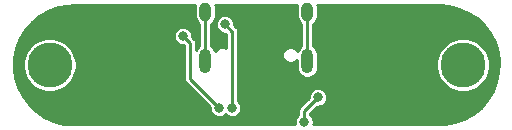
<source format=gbr>
%TF.GenerationSoftware,KiCad,Pcbnew,5.1.10-88a1d61d58~90~ubuntu20.04.1*%
%TF.CreationDate,2022-01-21T20:09:26-08:00*%
%TF.ProjectId,kb-db_protruded,6b622d64-625f-4707-926f-747275646564,rev?*%
%TF.SameCoordinates,Original*%
%TF.FileFunction,Copper,L2,Bot*%
%TF.FilePolarity,Positive*%
%FSLAX46Y46*%
G04 Gerber Fmt 4.6, Leading zero omitted, Abs format (unit mm)*
G04 Created by KiCad (PCBNEW 5.1.10-88a1d61d58~90~ubuntu20.04.1) date 2022-01-21 20:09:26*
%MOMM*%
%LPD*%
G01*
G04 APERTURE LIST*
%TA.AperFunction,ComponentPad*%
%ADD10C,3.800000*%
%TD*%
%TA.AperFunction,ComponentPad*%
%ADD11O,1.000000X2.100000*%
%TD*%
%TA.AperFunction,ComponentPad*%
%ADD12O,1.000000X1.600000*%
%TD*%
%TA.AperFunction,ViaPad*%
%ADD13C,0.800000*%
%TD*%
%TA.AperFunction,Conductor*%
%ADD14C,0.250000*%
%TD*%
%TA.AperFunction,Conductor*%
%ADD15C,0.254000*%
%TD*%
%TA.AperFunction,Conductor*%
%ADD16C,0.100000*%
%TD*%
G04 APERTURE END LIST*
D10*
%TO.P,H2,1*%
%TO.N,Earth*%
X61487000Y-63472000D03*
%TD*%
%TO.P,H1,1*%
%TO.N,Net-(H1-Pad1)*%
X96487000Y-63472000D03*
%TD*%
D11*
%TO.P,USB1,13*%
%TO.N,Earth*%
X83312000Y-63171500D03*
X74672000Y-63171500D03*
D12*
X83312000Y-58991500D03*
X74672000Y-58991500D03*
%TD*%
D13*
%TO.N,VCC*%
X75853014Y-67116004D03*
X72764000Y-61020000D03*
%TO.N,GND*%
X82169000Y-67564000D03*
X68065000Y-63687000D03*
X79936000Y-68072000D03*
X73912365Y-67110635D03*
%TO.N,Net-(R1-Pad2)*%
X83058000Y-68326000D03*
X84194000Y-66227000D03*
%TO.N,Net-(R2-Pad2)*%
X76955000Y-67116002D03*
X76327000Y-60038990D03*
%TD*%
D14*
%TO.N,Earth*%
X74672000Y-63171500D02*
X74672000Y-58991500D01*
X83312000Y-63171500D02*
X83312000Y-58991500D01*
%TO.N,VCC*%
X73399000Y-61655000D02*
X72764000Y-61020000D01*
X73399000Y-64661990D02*
X73399000Y-61655000D01*
X75853014Y-67116004D02*
X73399000Y-64661990D01*
%TO.N,GND*%
X81661000Y-68072000D02*
X79936000Y-68072000D01*
X82169000Y-67564000D02*
X81661000Y-68072000D01*
X79936000Y-68072000D02*
X74873730Y-68072000D01*
X74873730Y-68072000D02*
X73912365Y-67110635D01*
X71488635Y-67110635D02*
X68065000Y-63687000D01*
X73912365Y-67110635D02*
X71488635Y-67110635D01*
%TO.N,Net-(R1-Pad2)*%
X83058000Y-68326000D02*
X83058000Y-67363000D01*
X83058000Y-67363000D02*
X84194000Y-66227000D01*
%TO.N,Net-(R2-Pad2)*%
X76955000Y-67116002D02*
X76955000Y-61234990D01*
X76955000Y-60666990D02*
X76327000Y-60038990D01*
X76955000Y-61234990D02*
X76955000Y-60666990D01*
%TD*%
D15*
%TO.N,GND*%
X73803748Y-58518794D02*
X73791000Y-58648227D01*
X73791000Y-59334772D01*
X73803748Y-59464205D01*
X73854125Y-59630274D01*
X73935932Y-59783324D01*
X74046025Y-59917475D01*
X74166001Y-60015936D01*
X74166000Y-61897066D01*
X74046026Y-61995525D01*
X73935933Y-62129675D01*
X73905000Y-62187547D01*
X73905000Y-61679854D01*
X73907448Y-61655000D01*
X73897678Y-61555807D01*
X73868745Y-61460425D01*
X73821759Y-61372521D01*
X73758527Y-61295473D01*
X73739220Y-61279628D01*
X73545000Y-61085408D01*
X73545000Y-60943078D01*
X73514987Y-60792191D01*
X73456113Y-60650058D01*
X73370642Y-60522141D01*
X73261859Y-60413358D01*
X73133942Y-60327887D01*
X72991809Y-60269013D01*
X72840922Y-60239000D01*
X72687078Y-60239000D01*
X72536191Y-60269013D01*
X72394058Y-60327887D01*
X72266141Y-60413358D01*
X72157358Y-60522141D01*
X72071887Y-60650058D01*
X72013013Y-60792191D01*
X71983000Y-60943078D01*
X71983000Y-61096922D01*
X72013013Y-61247809D01*
X72071887Y-61389942D01*
X72157358Y-61517859D01*
X72266141Y-61626642D01*
X72394058Y-61712113D01*
X72536191Y-61770987D01*
X72687078Y-61801000D01*
X72829408Y-61801000D01*
X72893001Y-61864593D01*
X72893000Y-64637144D01*
X72890553Y-64661990D01*
X72893000Y-64686836D01*
X72893000Y-64686843D01*
X72900322Y-64761182D01*
X72929255Y-64856564D01*
X72976241Y-64944469D01*
X73039473Y-65021517D01*
X73058785Y-65037366D01*
X75072014Y-67050596D01*
X75072014Y-67192926D01*
X75102027Y-67343813D01*
X75160901Y-67485946D01*
X75246372Y-67613863D01*
X75355155Y-67722646D01*
X75483072Y-67808117D01*
X75625205Y-67866991D01*
X75776092Y-67897004D01*
X75929936Y-67897004D01*
X76080823Y-67866991D01*
X76222956Y-67808117D01*
X76350873Y-67722646D01*
X76404008Y-67669511D01*
X76457141Y-67722644D01*
X76585058Y-67808115D01*
X76727191Y-67866989D01*
X76878078Y-67897002D01*
X77031922Y-67897002D01*
X77182809Y-67866989D01*
X77324942Y-67808115D01*
X77452859Y-67722644D01*
X77561642Y-67613861D01*
X77647113Y-67485944D01*
X77705987Y-67343811D01*
X77736000Y-67192924D01*
X77736000Y-67039080D01*
X77705987Y-66888193D01*
X77647113Y-66746060D01*
X77561642Y-66618143D01*
X77461000Y-66517501D01*
X77461000Y-60691835D01*
X77463447Y-60666989D01*
X77461000Y-60642143D01*
X77461000Y-60642136D01*
X77453678Y-60567797D01*
X77439581Y-60521322D01*
X77424745Y-60472415D01*
X77422375Y-60467981D01*
X77377759Y-60384511D01*
X77314527Y-60307463D01*
X77295220Y-60291618D01*
X77108000Y-60104398D01*
X77108000Y-59962068D01*
X77077987Y-59811181D01*
X77019113Y-59669048D01*
X76933642Y-59541131D01*
X76824859Y-59432348D01*
X76696942Y-59346877D01*
X76554809Y-59288003D01*
X76403922Y-59257990D01*
X76250078Y-59257990D01*
X76099191Y-59288003D01*
X75957058Y-59346877D01*
X75829141Y-59432348D01*
X75720358Y-59541131D01*
X75634887Y-59669048D01*
X75576013Y-59811181D01*
X75546000Y-59962068D01*
X75546000Y-60115912D01*
X75576013Y-60266799D01*
X75634887Y-60408932D01*
X75720358Y-60536849D01*
X75829141Y-60645632D01*
X75957058Y-60731103D01*
X76099191Y-60789977D01*
X76250078Y-60819990D01*
X76392408Y-60819990D01*
X76449001Y-60876582D01*
X76449000Y-61259843D01*
X76449001Y-61259853D01*
X76449001Y-62024260D01*
X76436416Y-62015851D01*
X76307933Y-61962631D01*
X76171535Y-61935500D01*
X76032465Y-61935500D01*
X75896067Y-61962631D01*
X75767584Y-62015851D01*
X75651951Y-62093114D01*
X75553614Y-62191451D01*
X75490734Y-62285558D01*
X75489875Y-62282725D01*
X75408068Y-62129675D01*
X75297975Y-61995525D01*
X75178000Y-61897065D01*
X75178000Y-60015934D01*
X75297975Y-59917475D01*
X75408068Y-59783325D01*
X75489875Y-59630275D01*
X75540252Y-59464206D01*
X75553000Y-59334773D01*
X75553000Y-58648227D01*
X75540252Y-58518794D01*
X75512710Y-58428000D01*
X82471290Y-58428000D01*
X82443748Y-58518794D01*
X82431000Y-58648227D01*
X82431000Y-59334772D01*
X82443748Y-59464205D01*
X82494125Y-59630274D01*
X82575932Y-59783324D01*
X82686025Y-59917475D01*
X82806001Y-60015936D01*
X82806000Y-61897066D01*
X82686026Y-61995525D01*
X82575933Y-62129675D01*
X82494126Y-62282725D01*
X82493266Y-62285559D01*
X82430386Y-62191451D01*
X82332049Y-62093114D01*
X82216416Y-62015851D01*
X82087933Y-61962631D01*
X81951535Y-61935500D01*
X81812465Y-61935500D01*
X81676067Y-61962631D01*
X81547584Y-62015851D01*
X81431951Y-62093114D01*
X81333614Y-62191451D01*
X81256351Y-62307084D01*
X81203131Y-62435567D01*
X81176000Y-62571965D01*
X81176000Y-62711035D01*
X81203131Y-62847433D01*
X81256351Y-62975916D01*
X81333614Y-63091549D01*
X81431951Y-63189886D01*
X81547584Y-63267149D01*
X81676067Y-63320369D01*
X81812465Y-63347500D01*
X81951535Y-63347500D01*
X82087933Y-63320369D01*
X82216416Y-63267149D01*
X82332049Y-63189886D01*
X82430386Y-63091549D01*
X82431001Y-63090629D01*
X82431000Y-63764772D01*
X82443748Y-63894205D01*
X82494125Y-64060274D01*
X82575932Y-64213324D01*
X82686025Y-64347475D01*
X82820175Y-64457568D01*
X82973225Y-64539375D01*
X83139294Y-64589752D01*
X83312000Y-64606762D01*
X83484705Y-64589752D01*
X83650774Y-64539375D01*
X83803824Y-64457568D01*
X83937975Y-64347475D01*
X84048068Y-64213325D01*
X84129875Y-64060275D01*
X84180252Y-63894206D01*
X84193000Y-63764773D01*
X84193000Y-63247341D01*
X94206000Y-63247341D01*
X94206000Y-63696659D01*
X94293657Y-64137343D01*
X94465604Y-64552459D01*
X94715231Y-64926053D01*
X95032947Y-65243769D01*
X95406541Y-65493396D01*
X95821657Y-65665343D01*
X96262341Y-65753000D01*
X96711659Y-65753000D01*
X97152343Y-65665343D01*
X97567459Y-65493396D01*
X97941053Y-65243769D01*
X98258769Y-64926053D01*
X98508396Y-64552459D01*
X98680343Y-64137343D01*
X98768000Y-63696659D01*
X98768000Y-63247341D01*
X98680343Y-62806657D01*
X98508396Y-62391541D01*
X98258769Y-62017947D01*
X97941053Y-61700231D01*
X97567459Y-61450604D01*
X97152343Y-61278657D01*
X96711659Y-61191000D01*
X96262341Y-61191000D01*
X95821657Y-61278657D01*
X95406541Y-61450604D01*
X95032947Y-61700231D01*
X94715231Y-62017947D01*
X94465604Y-62391541D01*
X94293657Y-62806657D01*
X94206000Y-63247341D01*
X84193000Y-63247341D01*
X84193000Y-62578227D01*
X84180252Y-62448794D01*
X84129875Y-62282725D01*
X84048068Y-62129675D01*
X83937975Y-61995525D01*
X83818000Y-61897065D01*
X83818000Y-60015934D01*
X83937975Y-59917475D01*
X84048068Y-59783325D01*
X84129875Y-59630275D01*
X84180252Y-59464206D01*
X84193000Y-59334773D01*
X84193000Y-58648227D01*
X84180252Y-58518794D01*
X84152710Y-58428000D01*
X94467691Y-58428000D01*
X95336581Y-58501726D01*
X96161880Y-58715931D01*
X96939275Y-59066123D01*
X97646563Y-59542296D01*
X98263505Y-60130830D01*
X98772464Y-60814895D01*
X99158893Y-61574945D01*
X99411735Y-62389227D01*
X99523763Y-63234474D01*
X99491777Y-64086509D01*
X99316687Y-64920978D01*
X99003503Y-65714010D01*
X98561175Y-66442942D01*
X98002360Y-67086921D01*
X97343022Y-67627544D01*
X96602030Y-68049341D01*
X95800559Y-68340261D01*
X94953066Y-68493514D01*
X94476250Y-68516000D01*
X83816508Y-68516000D01*
X83839000Y-68402922D01*
X83839000Y-68249078D01*
X83808987Y-68098191D01*
X83750113Y-67956058D01*
X83664642Y-67828141D01*
X83564000Y-67727499D01*
X83564000Y-67572591D01*
X84128592Y-67008000D01*
X84270922Y-67008000D01*
X84421809Y-66977987D01*
X84563942Y-66919113D01*
X84691859Y-66833642D01*
X84800642Y-66724859D01*
X84886113Y-66596942D01*
X84944987Y-66454809D01*
X84975000Y-66303922D01*
X84975000Y-66150078D01*
X84944987Y-65999191D01*
X84886113Y-65857058D01*
X84800642Y-65729141D01*
X84691859Y-65620358D01*
X84563942Y-65534887D01*
X84421809Y-65476013D01*
X84270922Y-65446000D01*
X84117078Y-65446000D01*
X83966191Y-65476013D01*
X83824058Y-65534887D01*
X83696141Y-65620358D01*
X83587358Y-65729141D01*
X83501887Y-65857058D01*
X83443013Y-65999191D01*
X83413000Y-66150078D01*
X83413000Y-66292408D01*
X82717780Y-66987629D01*
X82698474Y-67003473D01*
X82635242Y-67080521D01*
X82616276Y-67116004D01*
X82588255Y-67168426D01*
X82559322Y-67263808D01*
X82549553Y-67363000D01*
X82552001Y-67387856D01*
X82552001Y-67727498D01*
X82451358Y-67828141D01*
X82365887Y-67956058D01*
X82307013Y-68098191D01*
X82277000Y-68249078D01*
X82277000Y-68402922D01*
X82299492Y-68516000D01*
X63506309Y-68516000D01*
X62637420Y-68442274D01*
X61812125Y-68228070D01*
X61034725Y-67877877D01*
X60327434Y-67401701D01*
X59710493Y-66813167D01*
X59201534Y-66129103D01*
X58815107Y-65369055D01*
X58562265Y-64554774D01*
X58450237Y-63709526D01*
X58467587Y-63247341D01*
X59206000Y-63247341D01*
X59206000Y-63696659D01*
X59293657Y-64137343D01*
X59465604Y-64552459D01*
X59715231Y-64926053D01*
X60032947Y-65243769D01*
X60406541Y-65493396D01*
X60821657Y-65665343D01*
X61262341Y-65753000D01*
X61711659Y-65753000D01*
X62152343Y-65665343D01*
X62567459Y-65493396D01*
X62941053Y-65243769D01*
X63258769Y-64926053D01*
X63508396Y-64552459D01*
X63680343Y-64137343D01*
X63768000Y-63696659D01*
X63768000Y-63247341D01*
X63680343Y-62806657D01*
X63508396Y-62391541D01*
X63258769Y-62017947D01*
X62941053Y-61700231D01*
X62567459Y-61450604D01*
X62152343Y-61278657D01*
X61711659Y-61191000D01*
X61262341Y-61191000D01*
X60821657Y-61278657D01*
X60406541Y-61450604D01*
X60032947Y-61700231D01*
X59715231Y-62017947D01*
X59465604Y-62391541D01*
X59293657Y-62806657D01*
X59206000Y-63247341D01*
X58467587Y-63247341D01*
X58482223Y-62857491D01*
X58657313Y-62023022D01*
X58970496Y-61229993D01*
X59412827Y-60501054D01*
X59971640Y-59857080D01*
X60630978Y-59316456D01*
X61371972Y-58894658D01*
X62173445Y-58603737D01*
X63020934Y-58450486D01*
X63497750Y-58428000D01*
X73831290Y-58428000D01*
X73803748Y-58518794D01*
%TA.AperFunction,Conductor*%
D16*
G36*
X73803748Y-58518794D02*
G01*
X73791000Y-58648227D01*
X73791000Y-59334772D01*
X73803748Y-59464205D01*
X73854125Y-59630274D01*
X73935932Y-59783324D01*
X74046025Y-59917475D01*
X74166001Y-60015936D01*
X74166000Y-61897066D01*
X74046026Y-61995525D01*
X73935933Y-62129675D01*
X73905000Y-62187547D01*
X73905000Y-61679854D01*
X73907448Y-61655000D01*
X73897678Y-61555807D01*
X73868745Y-61460425D01*
X73821759Y-61372521D01*
X73758527Y-61295473D01*
X73739220Y-61279628D01*
X73545000Y-61085408D01*
X73545000Y-60943078D01*
X73514987Y-60792191D01*
X73456113Y-60650058D01*
X73370642Y-60522141D01*
X73261859Y-60413358D01*
X73133942Y-60327887D01*
X72991809Y-60269013D01*
X72840922Y-60239000D01*
X72687078Y-60239000D01*
X72536191Y-60269013D01*
X72394058Y-60327887D01*
X72266141Y-60413358D01*
X72157358Y-60522141D01*
X72071887Y-60650058D01*
X72013013Y-60792191D01*
X71983000Y-60943078D01*
X71983000Y-61096922D01*
X72013013Y-61247809D01*
X72071887Y-61389942D01*
X72157358Y-61517859D01*
X72266141Y-61626642D01*
X72394058Y-61712113D01*
X72536191Y-61770987D01*
X72687078Y-61801000D01*
X72829408Y-61801000D01*
X72893001Y-61864593D01*
X72893000Y-64637144D01*
X72890553Y-64661990D01*
X72893000Y-64686836D01*
X72893000Y-64686843D01*
X72900322Y-64761182D01*
X72929255Y-64856564D01*
X72976241Y-64944469D01*
X73039473Y-65021517D01*
X73058785Y-65037366D01*
X75072014Y-67050596D01*
X75072014Y-67192926D01*
X75102027Y-67343813D01*
X75160901Y-67485946D01*
X75246372Y-67613863D01*
X75355155Y-67722646D01*
X75483072Y-67808117D01*
X75625205Y-67866991D01*
X75776092Y-67897004D01*
X75929936Y-67897004D01*
X76080823Y-67866991D01*
X76222956Y-67808117D01*
X76350873Y-67722646D01*
X76404008Y-67669511D01*
X76457141Y-67722644D01*
X76585058Y-67808115D01*
X76727191Y-67866989D01*
X76878078Y-67897002D01*
X77031922Y-67897002D01*
X77182809Y-67866989D01*
X77324942Y-67808115D01*
X77452859Y-67722644D01*
X77561642Y-67613861D01*
X77647113Y-67485944D01*
X77705987Y-67343811D01*
X77736000Y-67192924D01*
X77736000Y-67039080D01*
X77705987Y-66888193D01*
X77647113Y-66746060D01*
X77561642Y-66618143D01*
X77461000Y-66517501D01*
X77461000Y-60691835D01*
X77463447Y-60666989D01*
X77461000Y-60642143D01*
X77461000Y-60642136D01*
X77453678Y-60567797D01*
X77439581Y-60521322D01*
X77424745Y-60472415D01*
X77422375Y-60467981D01*
X77377759Y-60384511D01*
X77314527Y-60307463D01*
X77295220Y-60291618D01*
X77108000Y-60104398D01*
X77108000Y-59962068D01*
X77077987Y-59811181D01*
X77019113Y-59669048D01*
X76933642Y-59541131D01*
X76824859Y-59432348D01*
X76696942Y-59346877D01*
X76554809Y-59288003D01*
X76403922Y-59257990D01*
X76250078Y-59257990D01*
X76099191Y-59288003D01*
X75957058Y-59346877D01*
X75829141Y-59432348D01*
X75720358Y-59541131D01*
X75634887Y-59669048D01*
X75576013Y-59811181D01*
X75546000Y-59962068D01*
X75546000Y-60115912D01*
X75576013Y-60266799D01*
X75634887Y-60408932D01*
X75720358Y-60536849D01*
X75829141Y-60645632D01*
X75957058Y-60731103D01*
X76099191Y-60789977D01*
X76250078Y-60819990D01*
X76392408Y-60819990D01*
X76449001Y-60876582D01*
X76449000Y-61259843D01*
X76449001Y-61259853D01*
X76449001Y-62024260D01*
X76436416Y-62015851D01*
X76307933Y-61962631D01*
X76171535Y-61935500D01*
X76032465Y-61935500D01*
X75896067Y-61962631D01*
X75767584Y-62015851D01*
X75651951Y-62093114D01*
X75553614Y-62191451D01*
X75490734Y-62285558D01*
X75489875Y-62282725D01*
X75408068Y-62129675D01*
X75297975Y-61995525D01*
X75178000Y-61897065D01*
X75178000Y-60015934D01*
X75297975Y-59917475D01*
X75408068Y-59783325D01*
X75489875Y-59630275D01*
X75540252Y-59464206D01*
X75553000Y-59334773D01*
X75553000Y-58648227D01*
X75540252Y-58518794D01*
X75512710Y-58428000D01*
X82471290Y-58428000D01*
X82443748Y-58518794D01*
X82431000Y-58648227D01*
X82431000Y-59334772D01*
X82443748Y-59464205D01*
X82494125Y-59630274D01*
X82575932Y-59783324D01*
X82686025Y-59917475D01*
X82806001Y-60015936D01*
X82806000Y-61897066D01*
X82686026Y-61995525D01*
X82575933Y-62129675D01*
X82494126Y-62282725D01*
X82493266Y-62285559D01*
X82430386Y-62191451D01*
X82332049Y-62093114D01*
X82216416Y-62015851D01*
X82087933Y-61962631D01*
X81951535Y-61935500D01*
X81812465Y-61935500D01*
X81676067Y-61962631D01*
X81547584Y-62015851D01*
X81431951Y-62093114D01*
X81333614Y-62191451D01*
X81256351Y-62307084D01*
X81203131Y-62435567D01*
X81176000Y-62571965D01*
X81176000Y-62711035D01*
X81203131Y-62847433D01*
X81256351Y-62975916D01*
X81333614Y-63091549D01*
X81431951Y-63189886D01*
X81547584Y-63267149D01*
X81676067Y-63320369D01*
X81812465Y-63347500D01*
X81951535Y-63347500D01*
X82087933Y-63320369D01*
X82216416Y-63267149D01*
X82332049Y-63189886D01*
X82430386Y-63091549D01*
X82431001Y-63090629D01*
X82431000Y-63764772D01*
X82443748Y-63894205D01*
X82494125Y-64060274D01*
X82575932Y-64213324D01*
X82686025Y-64347475D01*
X82820175Y-64457568D01*
X82973225Y-64539375D01*
X83139294Y-64589752D01*
X83312000Y-64606762D01*
X83484705Y-64589752D01*
X83650774Y-64539375D01*
X83803824Y-64457568D01*
X83937975Y-64347475D01*
X84048068Y-64213325D01*
X84129875Y-64060275D01*
X84180252Y-63894206D01*
X84193000Y-63764773D01*
X84193000Y-63247341D01*
X94206000Y-63247341D01*
X94206000Y-63696659D01*
X94293657Y-64137343D01*
X94465604Y-64552459D01*
X94715231Y-64926053D01*
X95032947Y-65243769D01*
X95406541Y-65493396D01*
X95821657Y-65665343D01*
X96262341Y-65753000D01*
X96711659Y-65753000D01*
X97152343Y-65665343D01*
X97567459Y-65493396D01*
X97941053Y-65243769D01*
X98258769Y-64926053D01*
X98508396Y-64552459D01*
X98680343Y-64137343D01*
X98768000Y-63696659D01*
X98768000Y-63247341D01*
X98680343Y-62806657D01*
X98508396Y-62391541D01*
X98258769Y-62017947D01*
X97941053Y-61700231D01*
X97567459Y-61450604D01*
X97152343Y-61278657D01*
X96711659Y-61191000D01*
X96262341Y-61191000D01*
X95821657Y-61278657D01*
X95406541Y-61450604D01*
X95032947Y-61700231D01*
X94715231Y-62017947D01*
X94465604Y-62391541D01*
X94293657Y-62806657D01*
X94206000Y-63247341D01*
X84193000Y-63247341D01*
X84193000Y-62578227D01*
X84180252Y-62448794D01*
X84129875Y-62282725D01*
X84048068Y-62129675D01*
X83937975Y-61995525D01*
X83818000Y-61897065D01*
X83818000Y-60015934D01*
X83937975Y-59917475D01*
X84048068Y-59783325D01*
X84129875Y-59630275D01*
X84180252Y-59464206D01*
X84193000Y-59334773D01*
X84193000Y-58648227D01*
X84180252Y-58518794D01*
X84152710Y-58428000D01*
X94467691Y-58428000D01*
X95336581Y-58501726D01*
X96161880Y-58715931D01*
X96939275Y-59066123D01*
X97646563Y-59542296D01*
X98263505Y-60130830D01*
X98772464Y-60814895D01*
X99158893Y-61574945D01*
X99411735Y-62389227D01*
X99523763Y-63234474D01*
X99491777Y-64086509D01*
X99316687Y-64920978D01*
X99003503Y-65714010D01*
X98561175Y-66442942D01*
X98002360Y-67086921D01*
X97343022Y-67627544D01*
X96602030Y-68049341D01*
X95800559Y-68340261D01*
X94953066Y-68493514D01*
X94476250Y-68516000D01*
X83816508Y-68516000D01*
X83839000Y-68402922D01*
X83839000Y-68249078D01*
X83808987Y-68098191D01*
X83750113Y-67956058D01*
X83664642Y-67828141D01*
X83564000Y-67727499D01*
X83564000Y-67572591D01*
X84128592Y-67008000D01*
X84270922Y-67008000D01*
X84421809Y-66977987D01*
X84563942Y-66919113D01*
X84691859Y-66833642D01*
X84800642Y-66724859D01*
X84886113Y-66596942D01*
X84944987Y-66454809D01*
X84975000Y-66303922D01*
X84975000Y-66150078D01*
X84944987Y-65999191D01*
X84886113Y-65857058D01*
X84800642Y-65729141D01*
X84691859Y-65620358D01*
X84563942Y-65534887D01*
X84421809Y-65476013D01*
X84270922Y-65446000D01*
X84117078Y-65446000D01*
X83966191Y-65476013D01*
X83824058Y-65534887D01*
X83696141Y-65620358D01*
X83587358Y-65729141D01*
X83501887Y-65857058D01*
X83443013Y-65999191D01*
X83413000Y-66150078D01*
X83413000Y-66292408D01*
X82717780Y-66987629D01*
X82698474Y-67003473D01*
X82635242Y-67080521D01*
X82616276Y-67116004D01*
X82588255Y-67168426D01*
X82559322Y-67263808D01*
X82549553Y-67363000D01*
X82552001Y-67387856D01*
X82552001Y-67727498D01*
X82451358Y-67828141D01*
X82365887Y-67956058D01*
X82307013Y-68098191D01*
X82277000Y-68249078D01*
X82277000Y-68402922D01*
X82299492Y-68516000D01*
X63506309Y-68516000D01*
X62637420Y-68442274D01*
X61812125Y-68228070D01*
X61034725Y-67877877D01*
X60327434Y-67401701D01*
X59710493Y-66813167D01*
X59201534Y-66129103D01*
X58815107Y-65369055D01*
X58562265Y-64554774D01*
X58450237Y-63709526D01*
X58467587Y-63247341D01*
X59206000Y-63247341D01*
X59206000Y-63696659D01*
X59293657Y-64137343D01*
X59465604Y-64552459D01*
X59715231Y-64926053D01*
X60032947Y-65243769D01*
X60406541Y-65493396D01*
X60821657Y-65665343D01*
X61262341Y-65753000D01*
X61711659Y-65753000D01*
X62152343Y-65665343D01*
X62567459Y-65493396D01*
X62941053Y-65243769D01*
X63258769Y-64926053D01*
X63508396Y-64552459D01*
X63680343Y-64137343D01*
X63768000Y-63696659D01*
X63768000Y-63247341D01*
X63680343Y-62806657D01*
X63508396Y-62391541D01*
X63258769Y-62017947D01*
X62941053Y-61700231D01*
X62567459Y-61450604D01*
X62152343Y-61278657D01*
X61711659Y-61191000D01*
X61262341Y-61191000D01*
X60821657Y-61278657D01*
X60406541Y-61450604D01*
X60032947Y-61700231D01*
X59715231Y-62017947D01*
X59465604Y-62391541D01*
X59293657Y-62806657D01*
X59206000Y-63247341D01*
X58467587Y-63247341D01*
X58482223Y-62857491D01*
X58657313Y-62023022D01*
X58970496Y-61229993D01*
X59412827Y-60501054D01*
X59971640Y-59857080D01*
X60630978Y-59316456D01*
X61371972Y-58894658D01*
X62173445Y-58603737D01*
X63020934Y-58450486D01*
X63497750Y-58428000D01*
X73831290Y-58428000D01*
X73803748Y-58518794D01*
G37*
%TD.AperFunction*%
%TD*%
M02*

</source>
